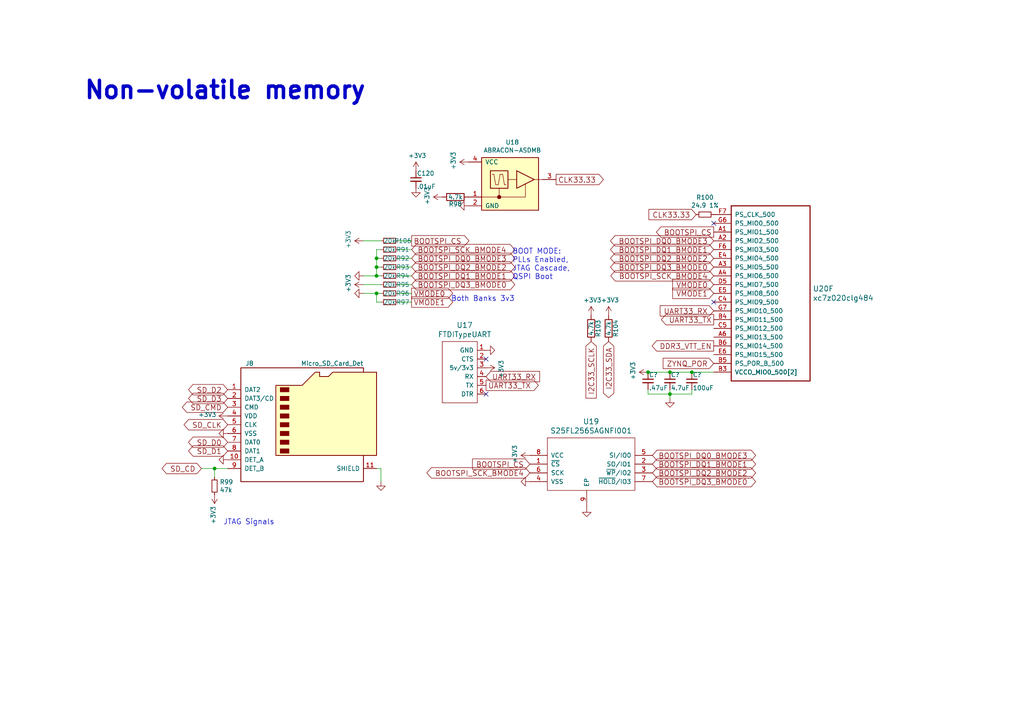
<source format=kicad_sch>
(kicad_sch (version 20230121) (generator eeschema)
  (paper "A4")
  (junction (at 109.22 77.47))
  (junction (at 109.22 80.01))
  (junction (at 109.22 85.09))
  (junction (at 194.31 107.95))
  (junction (at 194.31 114.3))
  (junction (at 109.22 74.93))
  (junction (at 200.66 107.95))
  (junction (at 187.96 107.95))
  (junction (at 62.23 135.89))
  (no_connect (at 140.97 114.3))
  (no_connect (at 207.01 64.77))
  (no_connect (at 140.97 104.14))
  (no_connect (at 207.01 87.63))
  (wire (pts (xy 109.22 135.89) (xy 110.49 135.89)))
  (wire (pts (xy 194.31 114.3) (xy 200.66 114.3)))
  (wire (pts (xy 119.38 80.01) (xy 115.57 80.01)))
  (wire (pts (xy 207.01 107.95) (xy 200.66 107.95)))
  (wire (pts (xy 66.04 135.89) (xy 62.23 135.89)))
  (wire (pts (xy 200.66 114.3) (xy 200.66 113.03)))
  (wire (pts (xy 119.38 72.39) (xy 115.57 72.39)))
  (wire (pts (xy 187.96 113.03) (xy 187.96 114.3)))
  (wire (pts (xy 119.38 82.55) (xy 115.57 82.55)))
  (wire (pts (xy 194.31 114.3) (xy 194.31 115.57)))
  (wire (pts (xy 110.49 85.09) (xy 109.22 85.09)))
  (wire (pts (xy 109.22 72.39) (xy 109.22 74.93)))
  (wire (pts (xy 105.41 85.09) (xy 109.22 85.09)))
  (wire (pts (xy 110.49 135.89) (xy 110.49 139.7)))
  (wire (pts (xy 194.31 107.95) (xy 200.66 107.95)))
  (wire (pts (xy 119.38 87.63) (xy 115.57 87.63)))
  (wire (pts (xy 109.22 74.93) (xy 109.22 77.47)))
  (wire (pts (xy 110.49 72.39) (xy 109.22 72.39)))
  (wire (pts (xy 109.22 87.63) (xy 109.22 85.09)))
  (wire (pts (xy 109.22 80.01) (xy 105.41 80.01)))
  (wire (pts (xy 62.23 138.43) (xy 62.23 135.89)))
  (wire (pts (xy 110.49 87.63) (xy 109.22 87.63)))
  (wire (pts (xy 105.41 82.55) (xy 110.49 82.55)))
  (wire (pts (xy 110.49 74.93) (xy 109.22 74.93)))
  (wire (pts (xy 119.38 85.09) (xy 115.57 85.09)))
  (wire (pts (xy 109.22 80.01) (xy 110.49 80.01)))
  (wire (pts (xy 194.31 114.3) (xy 194.31 113.03)))
  (wire (pts (xy 187.96 114.3) (xy 194.31 114.3)))
  (wire (pts (xy 110.49 69.85) (xy 105.41 69.85)))
  (wire (pts (xy 110.49 77.47) (xy 109.22 77.47)))
  (wire (pts (xy 115.57 69.85) (xy 119.38 69.85)))
  (wire (pts (xy 62.23 135.89) (xy 58.42 135.89)))
  (wire (pts (xy 119.38 74.93) (xy 115.57 74.93)))
  (wire (pts (xy 119.38 77.47) (xy 115.57 77.47)))
  (wire (pts (xy 187.96 107.95) (xy 194.31 107.95)))
  (wire (pts (xy 109.22 77.47) (xy 109.22 80.01)))
  (text "Non-volatile memory" (at 24.13 29.21 0) (effects (font (size 5.0038 5.0038) (thickness 1.0008) bold) (justify left bottom)))
  (text "JTAG Signals" (at 64.77 152.4 0) (effects (font (size 1.524 1.524)) (justify left bottom)))
  (text "BOOT MODE:\nPLLs Enabled, \nJTAG Cascade,\nQSPI Boot" (at 148.59 81.28 0) (effects (font (size 1.524 1.524)) (justify left bottom)))
  (text "Both Banks 3v3" (at 130.81 87.63 0) (effects (font (size 1.524 1.524)) (justify left bottom)))
  (global_label "BOOTSPI_SCK_BMODE4" (shape bidirectional) (at 119.38 72.39 0) (effects (font (size 1.524 1.524))) (property "Intersheetrefs" "${INTERSHEET_REFS}" (effects hide)))
  (global_label "BOOTSPI_DQ3_BMODE0" (shape bidirectional) (at 119.38 82.55 0) (effects (font (size 1.524 1.524))) (property "Intersheetrefs" "${INTERSHEET_REFS}" (effects hide)))
  (global_label "BOOTSPI_DQ3_BMODE0" (shape bidirectional) (at 189.23 139.7 0) (effects (font (size 1.524 1.524))) (property "Intersheetrefs" "${INTERSHEET_REFS}" (effects hide)))
  (global_label "SD_D3" (shape bidirectional) (at 66.04 115.57 180) (effects (font (size 1.524 1.524))) (property "Intersheetrefs" "${INTERSHEET_REFS}" (effects hide)))
  (global_label "SD_D0" (shape bidirectional) (at 66.04 128.27 180) (effects (font (size 1.524 1.524))) (property "Intersheetrefs" "${INTERSHEET_REFS}" (effects hide)))
  (global_label "BOOTSPI_CS" (shape output) (at 207.01 67.31 180) (effects (font (size 1.524 1.524))) (property "Intersheetrefs" "${INTERSHEET_REFS}" (effects hide)))
  (global_label "VMODE1" (shape output) (at 119.38 87.63 0) (effects (font (size 1.524 1.524))) (property "Intersheetrefs" "${INTERSHEET_REFS}" (effects hide)))
  (global_label "CLK33.33" (shape output) (at 161.29 52.07 0) (effects (font (size 1.524 1.524))) (property "Intersheetrefs" "${INTERSHEET_REFS}" (effects hide)))
  (global_label "BOOTSPI_DQ2_BMODE2" (shape bidirectional) (at 119.38 77.47 0) (effects (font (size 1.524 1.524))) (property "Intersheetrefs" "${INTERSHEET_REFS}" (effects hide)))
  (global_label "UART33_RX" (shape input) (at 140.97 109.22 0) (effects (font (size 1.524 1.524))) (property "Intersheetrefs" "${INTERSHEET_REFS}" (effects hide)))
  (global_label "SD_D2" (shape bidirectional) (at 66.04 113.03 180) (effects (font (size 1.524 1.524))) (property "Intersheetrefs" "${INTERSHEET_REFS}" (effects hide)))
  (global_label "SD_CD" (shape bidirectional) (at 58.42 135.89 180) (effects (font (size 1.524 1.524))) (property "Intersheetrefs" "${INTERSHEET_REFS}" (effects hide)))
  (global_label "BOOTSPI_DQ0_BMODE3" (shape bidirectional) (at 189.23 132.08 0) (effects (font (size 1.524 1.524))) (property "Intersheetrefs" "${INTERSHEET_REFS}" (effects hide)))
  (global_label "UART33_RX" (shape input) (at 207.01 90.17 180) (effects (font (size 1.524 1.524))) (property "Intersheetrefs" "${INTERSHEET_REFS}" (effects hide)))
  (global_label "I2C33_SDA" (shape bidirectional) (at 176.53 99.06 270) (effects (font (size 1.524 1.524))) (property "Intersheetrefs" "${INTERSHEET_REFS}" (effects hide)))
  (global_label "ZYNQ_POR" (shape input) (at 207.01 105.41 180) (effects (font (size 1.524 1.524))) (property "Intersheetrefs" "${INTERSHEET_REFS}" (effects hide)))
  (global_label "BOOTSPI_DQ1_BMODE1" (shape bidirectional) (at 119.38 80.01 0) (effects (font (size 1.524 1.524))) (property "Intersheetrefs" "${INTERSHEET_REFS}" (effects hide)))
  (global_label "BOOTSPI_DQ0_BMODE3" (shape bidirectional) (at 207.01 69.85 180) (effects (font (size 1.524 1.524))) (property "Intersheetrefs" "${INTERSHEET_REFS}" (effects hide)))
  (global_label "VMODE0" (shape output) (at 119.38 85.09 0) (effects (font (size 1.524 1.524))) (property "Intersheetrefs" "${INTERSHEET_REFS}" (effects hide)))
  (global_label "UART33_TX" (shape output) (at 207.01 92.71 180) (effects (font (size 1.524 1.524))) (property "Intersheetrefs" "${INTERSHEET_REFS}" (effects hide)))
  (global_label "CLK33.33" (shape input) (at 201.93 62.23 180) (effects (font (size 1.524 1.524))) (property "Intersheetrefs" "${INTERSHEET_REFS}" (effects hide)))
  (global_label "BOOTSPI_DQ1_BMODE1" (shape bidirectional) (at 207.01 72.39 180) (effects (font (size 1.524 1.524))) (property "Intersheetrefs" "${INTERSHEET_REFS}" (effects hide)))
  (global_label "SD_CMD" (shape bidirectional) (at 66.04 118.11 180) (effects (font (size 1.524 1.524))) (property "Intersheetrefs" "${INTERSHEET_REFS}" (effects hide)))
  (global_label "VMODE0" (shape input) (at 207.01 82.55 180) (effects (font (size 1.524 1.524))) (property "Intersheetrefs" "${INTERSHEET_REFS}" (effects hide)))
  (global_label "BOOTSPI_SCK_BMODE4" (shape bidirectional) (at 207.01 80.01 180) (effects (font (size 1.524 1.524))) (property "Intersheetrefs" "${INTERSHEET_REFS}" (effects hide)))
  (global_label "BOOTSPI_DQ3_BMODE0" (shape bidirectional) (at 207.01 77.47 180) (effects (font (size 1.524 1.524))) (property "Intersheetrefs" "${INTERSHEET_REFS}" (effects hide)))
  (global_label "BOOTSPI_DQ1_BMODE1" (shape bidirectional) (at 189.23 134.62 0) (effects (font (size 1.524 1.524))) (property "Intersheetrefs" "${INTERSHEET_REFS}" (effects hide)))
  (global_label "SD_D1" (shape bidirectional) (at 66.04 130.81 180) (effects (font (size 1.524 1.524))) (property "Intersheetrefs" "${INTERSHEET_REFS}" (effects hide)))
  (global_label "SD_CLK" (shape bidirectional) (at 66.04 123.19 180) (effects (font (size 1.524 1.524))) (property "Intersheetrefs" "${INTERSHEET_REFS}" (effects hide)))
  (global_label "BOOTSPI_DQ0_BMODE3" (shape bidirectional) (at 119.38 74.93 0) (effects (font (size 1.524 1.524))) (property "Intersheetrefs" "${INTERSHEET_REFS}" (effects hide)))
  (global_label "BOOTSPI_CS" (shape input) (at 153.67 134.62 180) (effects (font (size 1.524 1.524))) (property "Intersheetrefs" "${INTERSHEET_REFS}" (effects hide)))
  (global_label "BOOTSPI_DQ2_BMODE2" (shape bidirectional) (at 189.23 137.16 0) (effects (font (size 1.524 1.524))) (property "Intersheetrefs" "${INTERSHEET_REFS}" (effects hide)))
  (global_label "BOOTSPI_CS" (shape output) (at 119.38 69.85 0) (effects (font (size 1.524 1.524))) (property "Intersheetrefs" "${INTERSHEET_REFS}" (effects hide)))
  (global_label "UART33_TX" (shape output) (at 140.97 111.76 0) (effects (font (size 1.524 1.524))) (property "Intersheetrefs" "${INTERSHEET_REFS}" (effects hide)))
  (global_label "I2C33_SCLK" (shape input) (at 171.45 99.06 270) (effects (font (size 1.524 1.524))) (property "Intersheetrefs" "${INTERSHEET_REFS}" (effects hide)))
  (global_label "BOOTSPI_DQ2_BMODE2" (shape bidirectional) (at 207.01 74.93 180) (effects (font (size 1.524 1.524))) (property "Intersheetrefs" "${INTERSHEET_REFS}" (effects hide)))
  (global_label "VMODE1" (shape input) (at 207.01 85.09 180) (effects (font (size 1.524 1.524))) (property "Intersheetrefs" "${INTERSHEET_REFS}" (effects hide)))
  (global_label "DDR3_VTT_EN" (shape output) (at 207.01 100.33 180) (effects (font (size 1.524 1.524))) (property "Intersheetrefs" "${INTERSHEET_REFS}" (effects hide)))
  (global_label "BOOTSPI_SCK_BMODE4" (shape bidirectional) (at 153.67 137.16 180) (effects (font (size 1.524 1.524))) (property "Intersheetrefs" "${INTERSHEET_REFS}" (effects hide)))
  (symbol (lib_id "DFTBoard-rescue:Micro_SD_Card_Det-") (at 88.9 123.19 0) (unit 1)
    (property "Reference" "J8" (at 72.39 105.41 0))
    (property "Value" "Micro_SD_Card_Det" (at 105.41 105.41 0) (effects (justify right)))
    (property "Footprint" "DFTcustom:AMPHENOL-114-00841-68" (effects hide))
    (property "MFR" "Amphenol ICC" (effects hide))
    (property "MPN" "114-00841-68" (effects hide))
    (property "SPR" "Digikey" (effects hide))
    (property "SPN" "114-00841-68-1-ND" (effects hide))
    (property "SPURL" "-" (effects hide))
    (instances (project "DFTBoard" (path "" (reference "J8") (unit 1)) (path "" (reference "J?") (unit 1))))
  )
  (symbol (lib_id "power:GND") (at 66.04 125.73 270) (unit 1)
    (property "Reference" "#PWR0202" (effects hide))
    (property "Value" "GND" (effects hide))
    (instances (project "DFTBoard" (path "" (reference "#PWR0202") (unit 1)) (path "" (reference "#PWR?") (unit 1))))
  )
  (symbol (lib_id "power:GND") (at 110.49 139.7 0) (unit 1)
    (property "Reference" "#PWR0206" (effects hide))
    (property "Value" "GND" (effects hide))
    (instances (project "DFTBoard" (path "" (reference "#PWR0206") (unit 1)) (path "" (reference "#PWR?") (unit 1))))
  )
  (symbol (lib_id "power:GND") (at 66.04 133.35 270) (unit 1)
    (property "Reference" "#PWR0203" (effects hide))
    (property "Value" "GND" (effects hide))
    (instances (project "DFTBoard" (path "" (reference "#PWR0203") (unit 1)) (path "" (reference "#PWR?") (unit 1))))
  )
  (symbol (lib_id "power:+3V3") (at 66.04 120.65 90) (unit 1)
    (property "Reference" "#PWR0201" (effects hide))
    (property "Value" "+3.3V" (at 62.7888 120.269 90) (effects (justify left)))
    (instances (project "DFTBoard" (path "" (reference "#PWR0201") (unit 1)) (path "" (reference "#PWR?") (unit 1))))
  )
  (symbol (lib_id "Device:C_Small") (at 200.66 110.49 0) (unit 1)
    (property "Reference" "C?" (at 200.914 108.712 0) (effects (justify left)))
    (property "Value" "100uF" (at 200.914 112.522 0) (effects (justify left)))
    (property "Footprint" "Capacitor_SMD:C_1210_3225Metric" (effects hide))
    (property "MFR" "TAIYO YUDEN" (effects hide))
    (property "MPN" "JMK325ABJ107MM-P" (effects hide))
    (property "SPR" "Digikey" (effects hide))
    (property "SPN" "587-4313-1-ND" (effects hide))
    (instances (project "DFTBoard" (path "" (reference "C?") (unit 1)) (path "" (reference "C?") (unit 1)) (path "" (reference "C123") (unit 1))))
  )
  (symbol (lib_id "Device:C_Small") (at 187.96 110.49 0) (unit 1)
    (property "Reference" "C?" (at 188.214 108.712 0) (effects (justify left)))
    (property "Value" ".47uF" (at 188.214 112.522 0) (effects (justify left)))
    (property "Footprint" "Capacitor_SMD:C_0402_1005Metric" (effects hide))
    (property "MFR" "Yageo" (effects hide))
    (property "MPN" "CC0402KRX5R5BB474" (effects hide))
    (property "SPR" "Digikey" (effects hide))
    (property "SPN" "311-1684-1-ND" (effects hide))
    (instances (project "DFTBoard" (path "" (reference "C?") (unit 1)) (path "" (reference "C?") (unit 1)) (path "" (reference "C121") (unit 1))))
  )
  (symbol (lib_id "Device:C_Small") (at 194.31 110.49 0) (unit 1)
    (property "Reference" "C?" (at 194.564 108.712 0) (effects (justify left)))
    (property "Value" "4.7uF" (at 194.564 112.522 0) (effects (justify left)))
    (property "Footprint" "Capacitor_SMD:C_0402_1005Metric" (effects hide))
    (property "MFR" "Murata" (effects hide))
    (property "MPN" "GRM155R60G475ME47D" (effects hide))
    (property "SPR" "Digikey" (effects hide))
    (property "SPN" "490-11980-1-ND" (effects hide))
    (instances (project "DFTBoard" (path "" (reference "C?") (unit 1)) (path "" (reference "C?") (unit 1)) (path "" (reference "C122") (unit 1))))
  )
  (symbol (lib_id "power:GND") (at 194.31 115.57 0) (unit 1)
    (property "Reference" "#PWR?" (effects hide))
    (property "Value" "GND" (effects hide))
    (instances (project "DFTBoard" (path "" (reference "#PWR?") (unit 1)) (path "" (reference "#PWR?") (unit 1)) (path "" (reference "#PWR0205") (unit 1))))
  )
  (symbol (lib_id "power:+3V3") (at 187.96 107.95 90) (unit 1)
    (property "Reference" "#PWR0204" (effects hide))
    (property "Value" "+3.3V" (at 183.5658 107.569 0))
    (instances (project "DFTBoard" (path "" (reference "#PWR0204") (unit 1)) (path "" (reference "#PWR?") (unit 1))))
  )
  (symbol (lib_id "Device:R_Small") (at 62.23 140.97 180) (unit 1)
    (property "Reference" "R99" (at 63.7286 139.8016 0) (effects (justify right)))
    (property "Value" "47k" (at 63.7286 142.113 0) (effects (justify right)))
    (property "Footprint" "Resistor_SMD:R_0402_1005Metric" (effects hide))
    (property "MFR" "Yageo" (effects hide))
    (property "MPN" "RC0402FR-0747KL" (effects hide))
    (property "SPR" "Digikey" (effects hide))
    (property "SPN" "311-47.0KLRTR-ND" (effects hide))
    (property "SPURL" "-" (effects hide))
    (instances (project "DFTBoard" (path "" (reference "R99") (unit 1)) (path "" (reference "R?") (unit 1))))
  )
  (symbol (lib_id "power:+3V3") (at 62.23 143.51 180) (unit 1)
    (property "Reference" "#PWR0200" (effects hide))
    (property "Value" "+3.3V" (at 61.849 146.7612 90) (effects (justify left)))
    (instances (project "DFTBoard" (path "" (reference "#PWR0200") (unit 1)) (path "" (reference "#PWR?") (unit 1))))
  )
  (symbol (lib_id "Device:R_Small") (at 113.03 85.09 270) (unit 1)
    (property "Reference" "R96" (at 116.84 85.09 90))
    (property "Value" "20k" (at 113.03 85.09 90))
    (property "Footprint" "Resistor_SMD:R_0402_1005Metric" (effects hide))
    (property "MFR" "Yageo" (effects hide))
    (property "MPN" "RT0402BRD0720KL" (effects hide))
    (property "SPR" "Digikey" (effects hide))
    (property "SPN" "YAG1388CT-ND" (effects hide))
    (property "SPURL" "-" (effects hide))
    (instances (project "DFTBoard" (path "" (reference "R96") (unit 1)) (path "" (reference "R?") (unit 1))))
  )
  (symbol (lib_id "Device:R_Small") (at 113.03 87.63 270) (unit 1)
    (property "Reference" "R97" (at 116.84 87.63 90))
    (property "Value" "20k" (at 113.03 87.63 90))
    (property "Footprint" "Resistor_SMD:R_0402_1005Metric" (effects hide))
    (property "MFR" "Yageo" (effects hide))
    (property "MPN" "RT0402BRD0720KL" (effects hide))
    (property "SPR" "Digikey" (effects hide))
    (property "SPN" "YAG1388CT-ND" (effects hide))
    (property "SPURL" "-" (effects hide))
    (instances (project "DFTBoard" (path "" (reference "R97") (unit 1)) (path "" (reference "R?") (unit 1))))
  )
  (symbol (lib_id "power:GND") (at 105.41 85.09 270) (unit 1)
    (property "Reference" "#PWR0190" (effects hide))
    (property "Value" "GND" (effects hide))
    (instances (project "DFTBoard" (path "" (reference "#PWR0190") (unit 1)) (path "" (reference "#PWR?") (unit 1))))
  )
  (symbol (lib_id "Device:R_Small") (at 113.03 82.55 270) (unit 1)
    (property "Reference" "R95" (at 116.84 82.55 90))
    (property "Value" "20k" (at 113.03 82.55 90))
    (property "Footprint" "Resistor_SMD:R_0402_1005Metric" (effects hide))
    (property "MFR" "Yageo" (effects hide))
    (property "MPN" "RT0402BRD0720KL" (effects hide))
    (property "SPR" "Digikey" (effects hide))
    (property "SPN" "YAG1388CT-ND" (effects hide))
    (property "SPURL" "-" (effects hide))
    (instances (project "DFTBoard" (path "" (reference "R95") (unit 1)) (path "" (reference "R?") (unit 1))))
  )
  (symbol (lib_id "Device:R_Small") (at 113.03 72.39 270) (unit 1)
    (property "Reference" "R91" (at 116.84 72.39 90))
    (property "Value" "20k" (at 113.03 72.39 90))
    (property "Footprint" "Resistor_SMD:R_0402_1005Metric" (effects hide))
    (property "MFR" "Yageo" (effects hide))
    (property "MPN" "RT0402BRD0720KL" (effects hide))
    (property "SPR" "Digikey" (effects hide))
    (property "SPN" "YAG1388CT-ND" (effects hide))
    (property "SPURL" "-" (effects hide))
    (instances (project "DFTBoard" (path "" (reference "R91") (unit 1)) (path "" (reference "R?") (unit 1))))
  )
  (symbol (lib_id "Device:R_Small") (at 113.03 74.93 270) (unit 1)
    (property "Reference" "R92" (at 116.84 74.93 90))
    (property "Value" "20k" (at 113.03 74.93 90))
    (property "Footprint" "Resistor_SMD:R_0402_1005Metric" (effects hide))
    (property "MFR" "Yageo" (effects hide))
    (property "MPN" "RT0402BRD0720KL" (effects hide))
    (property "SPR" "Digikey" (effects hide))
    (property "SPN" "YAG1388CT-ND" (effects hide))
    (property "SPURL" "-" (effects hide))
    (instances (project "DFTBoard" (path "" (reference "R92") (unit 1)) (path "" (reference "R?") (unit 1))))
  )
  (symbol (lib_id "Device:R_Small") (at 113.03 77.47 270) (unit 1)
    (property "Reference" "R93" (at 116.84 77.47 90))
    (property "Value" "20k" (at 113.03 77.47 90))
    (property "Footprint" "Resistor_SMD:R_0402_1005Metric" (effects hide))
    (property "MFR" "Yageo" (effects hide))
    (property "MPN" "RT0402BRD0720KL" (effects hide))
    (property "SPR" "Digikey" (effects hide))
    (property "SPN" "YAG1388CT-ND" (effects hide))
    (property "SPURL" "-" (effects hide))
    (instances (project "DFTBoard" (path "" (reference "R93") (unit 1)) (path "" (reference "R?") (unit 1))))
  )
  (symbol (lib_id "Device:R_Small") (at 113.03 80.01 270) (unit 1)
    (property "Reference" "R94" (at 116.84 80.01 90))
    (property "Value" "20k" (at 113.03 80.01 90))
    (property "Footprint" "Resistor_SMD:R_0402_1005Metric" (effects hide))
    (property "MFR" "Yageo" (effects hide))
    (property "MPN" "RT0402BRD0720KL" (effects hide))
    (property "SPR" "Digikey" (effects hide))
    (property "SPN" "YAG1388CT-ND" (effects hide))
    (property "SPURL" "-" (effects hide))
    (instances (project "DFTBoard" (path "" (reference "R94") (unit 1)) (path "" (reference "R?") (unit 1))))
  )
  (symbol (lib_id "power:+3V3") (at 105.41 82.55 90) (unit 1)
    (property "Reference" "#PWR0189" (effects hide))
    (property "Value" "+3.3V" (at 101.0158 82.169 0))
    (instances (project "DFTBoard" (path "" (reference "#PWR0189") (unit 1)) (path "" (reference "#PWR?") (unit 1))))
  )
  (symbol (lib_id "DFTBoard-rescue:S25FL256SAGNFI001-parts") (at 171.45 134.62 0) (unit 1)
    (property "Reference" "U19" (at 171.45 122.2502 0) (effects (font (size 1.524 1.524))))
    (property "Value" "S25FL256SAGNFI001" (at 171.45 124.9426 0) (effects (font (size 1.524 1.524))))
    (property "Footprint" "footprints:Cypress-002-18827-0-0-0" (effects hide))
    (property "MFR" "Cypress" (effects hide))
    (property "MPN" "S25FL256SAGNFI001" (effects hide))
    (property "SPR" "Digikey" (effects hide))
    (property "SPN" "1274-1005-ND" (effects hide))
    (property "SPURL" "-" (effects hide))
    (instances (project "DFTBoard" (path "" (reference "U19") (unit 1)) (path "" (reference "U?") (unit 1))))
  )
  (symbol (lib_id "power:+3V3") (at 153.67 132.08 90) (unit 1)
    (property "Reference" "#PWR0198" (effects hide))
    (property "Value" "+3.3V" (at 149.2758 131.699 0))
    (instances (project "DFTBoard" (path "" (reference "#PWR0198") (unit 1)) (path "" (reference "#PWR?") (unit 1))))
  )
  (symbol (lib_id "power:GND") (at 153.67 139.7 270) (unit 1)
    (property "Reference" "#PWR0199" (effects hide))
    (property "Value" "GND" (effects hide))
    (instances (project "DFTBoard" (path "" (reference "#PWR0199") (unit 1)) (path "" (reference "#PWR?") (unit 1))))
  )
  (symbol (lib_id "Abracon:ABRACON-ASDMB") (at 148.59 52.07 0) (unit 1)
    (property "Reference" "U18" (at 148.59 41.275 0))
    (property "Value" "ABRACON-ASDMB" (at 148.59 43.5864 0))
    (property "Footprint" "XTAL_ASDMB-24.000MHZ-LC-T:XTAL_ASDMB-24.000MHZ-LC-T" (effects hide))
    (property "Datasheet" "http://www.abracon.com/Oscillators/ASDMB.pdf" (effects hide))
    (property "Manuf" "Abracon" (effects hide))
    (property "MPN" "ASDMB-24.000MHZ-LC-T" (effects hide))
    (property "MFR" "Abracon LLC" (effects hide))
    (property "SPR" "Digikey" (effects hide))
    (property "SPN" "535-11728-1-ND" (effects hide))
    (property "SPURL" "-" (effects hide))
  )
  (symbol (lib_id "power:GND") (at 135.89 59.69 270) (unit 1)
    (property "Reference" "#PWR?" (effects hide))
    (property "Value" "GND" (effects hide))
    (instances (project "DFTBoard" (path "" (reference "#PWR?") (unit 1)) (path "" (reference "#PWR?") (unit 1)) (path "" (reference "#PWR0195") (unit 1))))
  )
  (symbol (lib_id "power:+3V3") (at 135.89 46.99 90) (unit 1)
    (property "Reference" "#PWR0194" (effects hide))
    (property "Value" "+3.3V" (at 131.4958 46.609 0))
    (instances (project "DFTBoard" (path "" (reference "#PWR0194") (unit 1)) (path "" (reference "#PWR?") (unit 1))))
  )
  (symbol (lib_id "Device:C_Small") (at 120.65 52.07 0) (unit 1)
    (property "Reference" "C120" (at 120.904 50.292 0) (effects (justify left)))
    (property "Value" ".01uF" (at 120.904 54.102 0) (effects (justify left)))
    (property "Footprint" "Capacitor_SMD:C_0402_1005Metric" (effects hide))
    (property "MFR" "Murata" (effects hide))
    (property "SPR" "Digikey" (effects hide))
    (property "MPN" "GRM155R71H103KA88J" (effects hide))
    (property "SPN" "490-6351-1-ND" (effects hide))
    (property "SPURL" "-" (effects hide))
    (instances (project "DFTBoard" (path "" (reference "C120") (unit 1)) (path "" (reference "C?") (unit 1))))
  )
  (symbol (lib_id "power:+3V3") (at 120.65 49.53 0) (unit 1)
    (property "Reference" "#PWR0191" (effects hide))
    (property "Value" "+3.3V" (at 121.031 45.1358 0))
    (instances (project "DFTBoard" (path "" (reference "#PWR0191") (unit 1)) (path "" (reference "#PWR?") (unit 1))))
  )
  (symbol (lib_id "power:GND") (at 120.65 54.61 0) (unit 1)
    (property "Reference" "#PWR?" (effects hide))
    (property "Value" "GND" (effects hide))
    (instances (project "DFTBoard" (path "" (reference "#PWR?") (unit 1)) (path "" (reference "#PWR?") (unit 1)) (path "" (reference "#PWR0192") (unit 1))))
  )
  (symbol (lib_id "Device:R_Small") (at 204.47 62.23 270) (unit 1)
    (property "Reference" "R100" (at 204.47 57.2516 90))
    (property "Value" "24.9 1%" (at 204.47 59.563 90))
    (property "Footprint" "Resistor_SMD:R_0402_1005Metric" (effects hide))
    (property "MFR" "Yageo" (effects hide))
    (property "MPN" "RC0402FR-0724K9L" (effects hide))
    (property "SPR" "Digikey" (effects hide))
    (property "SPN" "311-24.9KLRTR-ND" (effects hide))
    (property "SPURL" "-" (effects hide))
  )
  (symbol (lib_id "Device:R") (at 132.08 57.15 270) (unit 1)
    (property "Reference" "R98" (at 132.08 59.182 90))
    (property "Value" "4.7k" (at 132.08 57.15 90))
    (property "Footprint" "Resistor_SMD:R_0402_1005Metric" (effects hide))
    (property "MFR" "Yageo" (effects hide))
    (property "MPN" "RC0402JR-074K7L" (effects hide))
    (property "SPR" "Digikey" (effects hide))
    (property "SPN" "311-4.7KJRCT-ND" (effects hide))
    (instances (project "DFTBoard" (path "" (reference "R98") (unit 1)) (path "" (reference "R?") (unit 1))))
  )
  (symbol (lib_id "power:+3V3") (at 128.27 57.15 90) (unit 1)
    (property "Reference" "#PWR0193" (effects hide))
    (property "Value" "+3.3V" (at 123.8758 56.769 0))
    (instances (project "DFTBoard" (path "" (reference "#PWR0193") (unit 1)) (path "" (reference "#PWR?") (unit 1))))
  )
  (symbol (lib_id "DFTCustom:FTDITypeUART") (at 133.35 109.22 0) (unit 1)
    (property "Reference" "U17" (at 134.7724 94.3102 0) (effects (font (size 1.524 1.524))))
    (property "Value" "FTDITypeUART" (at 134.7724 97.0026 0) (effects (font (size 1.524 1.524))))
    (property "Footprint" "DFTcustom:FTDI_CONN" (effects hide))
    (property "MFR" "DNS" (effects hide))
    (property "MPN" "-" (effects hide))
    (property "SPR" "-" (effects hide))
    (property "SPN" "-" (effects hide))
    (property "SPURL" "-" (effects hide))
  )
  (symbol (lib_id "power:GND") (at 140.97 101.6 90) (unit 1)
    (property "Reference" "#PWR?" (effects hide))
    (property "Value" "GND" (effects hide))
    (instances (project "DFTBoard" (path "" (reference "#PWR?") (unit 1)) (path "" (reference "#PWR?") (unit 1)) (path "" (reference "#PWR0196") (unit 1))))
  )
  (symbol (lib_id "power:+3V3") (at 140.97 106.68 270) (unit 1)
    (property "Reference" "#PWR0197" (effects hide))
    (property "Value" "+3.3V" (at 145.3642 107.061 0))
    (instances (project "DFTBoard" (path "" (reference "#PWR0197") (unit 1)) (path "" (reference "#PWR?") (unit 1))))
  )
  (symbol (lib_id "xilinx7:xc7z020clg484") (at 207.01 62.23 0) (unit 6)
    (property "Reference" "U20" (at 235.7374 83.7438 0) (effects (font (size 1.524 1.524)) (justify left)))
    (property "Value" "xc7z020clg484" (at 235.7374 86.4362 0) (effects (font (size 1.524 1.524)) (justify left)))
    (property "Footprint" "DFTcustom:BGA-484_19.0x19.0mm_Layout22x22_P0.80mm_dia0.40mm" (effects hide))
    (property "MFR" "Xilinx" (effects hide))
    (property "MPN" "XC7Z020-1CLG484C" (effects hide))
    (property "SPR" "Digikey" (effects hide))
    (property "SPN" "122-1850-ND" (effects hide))
    (property "SPURL" "-" (effects hide))
  )
  (symbol (lib_id "Device:R") (at 171.45 95.25 0) (unit 1)
    (property "Reference" "R103" (at 173.482 95.25 90))
    (property "Value" "4.7k" (at 171.45 95.25 90))
    (property "Footprint" "Resistor_SMD:R_0402_1005Metric" (effects hide))
    (property "MFR" "Yageo" (effects hide))
    (property "MPN" "RC0402JR-074K7L" (effects hide))
    (property "SPR" "Digikey" (effects hide))
    (property "SPN" "311-4.7KJRCT-ND" (effects hide))
    (instances (project "DFTBoard" (path "" (reference "R103") (unit 1)) (path "" (reference "R?") (unit 1)) (path "" (reference "R?") (unit 1)) (path "" (reference "R?") (unit 1))))
  )
  (symbol (lib_id "Device:R") (at 176.53 95.25 0) (unit 1)
    (property "Reference" "R104" (at 178.562 95.25 90))
    (property "Value" "4.7k" (at 176.53 95.25 90))
    (property "Footprint" "Resistor_SMD:R_0402_1005Metric" (effects hide))
    (property "MFR" "Yageo" (effects hide))
    (property "MPN" "RC0402JR-074K7L" (effects hide))
    (property "SPR" "Digikey" (effects hide))
    (property "SPN" "311-4.7KJRCT-ND" (effects hide))
    (instances (project "DFTBoard" (path "" (reference "R104") (unit 1)) (path "" (reference "R?") (unit 1)) (path "" (reference "R?") (unit 1)) (path "" (reference "R?") (unit 1))))
  )
  (symbol (lib_id "power:+3V3") (at 171.45 91.44 0) (unit 1)
    (property "Reference" "#PWR0230" (effects hide))
    (property "Value" "+3.3V" (at 171.831 87.0458 0))
    (instances (project "DFTBoard" (path "" (reference "#PWR0230") (unit 1)) (path "" (reference "#PWR?") (unit 1))))
  )
  (symbol (lib_id "power:+3V3") (at 176.53 91.44 0) (unit 1)
    (property "Reference" "#PWR0231" (effects hide))
    (property "Value" "+3.3V" (at 176.911 87.0458 0))
    (instances (project "DFTBoard" (path "" (reference "#PWR0231") (unit 1)) (path "" (reference "#PWR?") (unit 1))))
  )
  (symbol (lib_id "power:GND") (at 105.41 80.01 270) (unit 1)
    (property "Reference" "#PWR0343" (effects hide))
    (property "Value" "GND" (effects hide))
    (instances (project "DFTBoard" (path "" (reference "#PWR0343") (unit 1)) (path "" (reference "#PWR?") (unit 1))))
  )
  (symbol (lib_id "Device:R_Small") (at 113.03 69.85 270) (unit 1)
    (property "Reference" "R106" (at 116.84 69.85 90))
    (property "Value" "20k" (at 113.03 69.85 90))
    (property "Footprint" "Resistor_SMD:R_0402_1005Metric" (effects hide))
    (property "MFR" "Yageo" (effects hide))
    (property "MPN" "RT0402BRD0720KL" (effects hide))
    (property "SPR" "Digikey" (effects hide))
    (property "SPN" "YAG1388CT-ND" (effects hide))
    (property "SPURL" "-" (effects hide))
    (instances (project "DFTBoard" (path "" (reference "R106") (unit 1)) (path "" (reference "R?") (unit 1))))
  )
  (symbol (lib_id "power:+3V3") (at 105.41 69.85 90) (unit 1)
    (property "Reference" "#PWR0356" (effects hide))
    (property "Value" "+3.3V" (at 101.0158 69.469 0))
    (instances (project "DFTBoard" (path "" (reference "#PWR0356") (unit 1)) (path "" (reference "#PWR?") (unit 1))))
  )
  (symbol (lib_id "power:GND") (at 170.18 147.32 0) (unit 1)
    (property "Reference" "#PWR?" (effects hide))
    (property "Value" "GND" (effects hide))
    (instances (project "DFTBoard" (path "" (reference "#PWR?") (unit 1)) (path "" (reference "#PWR?") (unit 1)) (path "" (reference "#PWR0357") (unit 1))))
  )
)
</source>
